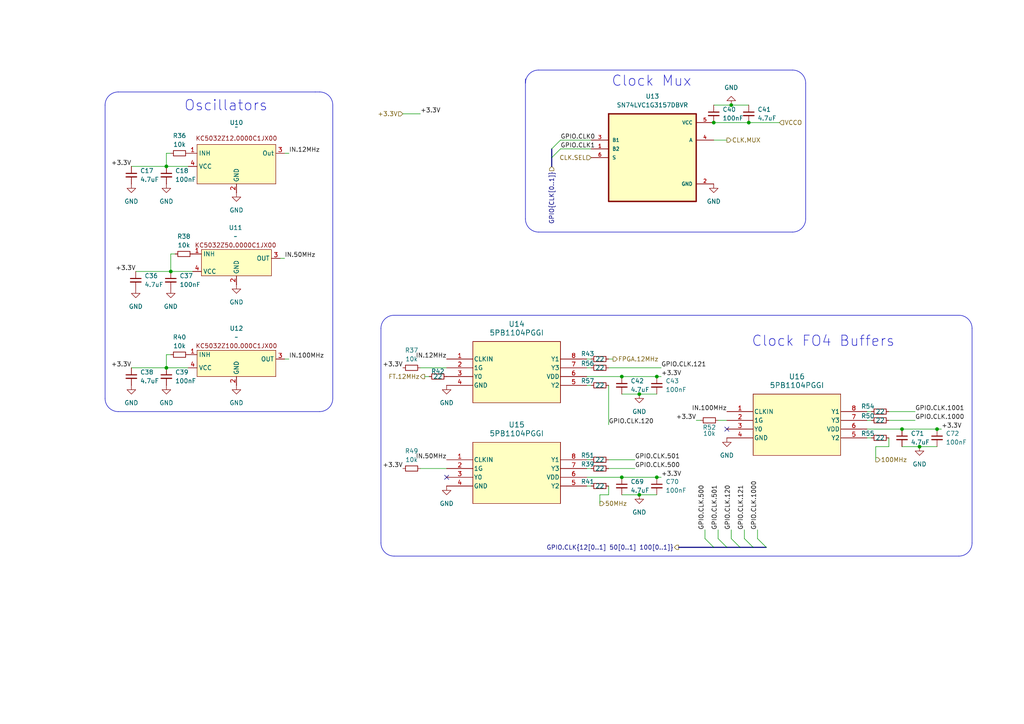
<source format=kicad_sch>
(kicad_sch (version 20250114) (generator "eeschema") (generator_version "9.0")
  (paper "A4")
  (title_block (title "Clock and Mux") (date "2025-08-27") (rev "V1.0"))
  (lib_symbols
    (symbol "Device:C_Small" (pin_numbers (hide yes)) (pin_names (offset 0.254) (hide yes))
      (property "Reference" "C" (at 0.254 1.778 0))
      (property "Value" "C_Small" (at 0.254 -2.032 0))
      (symbol "C_Small_0_1"
        (polyline (pts (xy -1.524 0.508) (xy 1.524 0.508)) (stroke (width 0.3048)))
        (polyline (pts (xy -1.524 -0.508) (xy 1.524 -0.508)) (stroke (width 0.3302)))
      )
      (symbol "C_Small_1_1"
        (pin passive line (at 0 2.54 270) (length 2.032) (name "~") (number "1"))
        (pin passive line (at 0 -2.54 90) (length 2.032) (name "~") (number "2"))
      )
    )
    (symbol "Device:R_Small" (pin_numbers (hide yes)) (pin_names (offset 0.254) (hide yes))
      (property "Reference" "R" (at 0 0 90))
      (property "Value" "R_Small" (at 1.778 0 90))
      (symbol "R_Small_0_1"
        (rectangle (start -0.762 1.778) (end 0.762 -1.778) (stroke (width 0.2032)))
      )
      (symbol "R_Small_1_1"
        (pin passive line (at 0 2.54 270) (length 0.762) (name "~") (number "1"))
        (pin passive line (at 0 -2.54 90) (length 0.762) (name "~") (number "2"))
      )
    )
    (symbol "Personal_Library:5PB1104PGGI" (pin_names (offset 0.254))
      (property "Reference" "U" (at 20.32 10.16 0))
      (property "Value" "5PB1104PGGI" (at 20.32 7.62 0))
      (symbol "5PB1104PGGI_0_1"
        (polyline (pts (xy 7.62 5.08) (xy 7.62 -12.7)) (stroke (width 0.127)))
        (polyline (pts (xy 33.02 5.08) (xy 7.62 5.08)) (stroke (width 0.127)))
        (pin input line (at 0 0 0) (length 7.62) (name "CLKIN") (number "1"))
        (pin input line (at 0 -2.54 0) (length 7.62) (name "1G") (number "2"))
        (pin output line (at 0 -5.08 0) (length 7.62) (name "Y0") (number "3"))
        (pin power_out line (at 0 -7.62 0) (length 7.62) (name "GND") (number "4"))
        (pin output line (at 40.64 0 180) (length 7.62) (name "Y1") (number "8"))
        (pin power_in line (at 40.64 -5.08 180) (length 7.62) (name "VDD") (number "6"))
      )
      (symbol "5PB1104PGGI_1_1"
        (rectangle (start 7.62 5.08) (end 33.02 -12.7) (fill (type background)))
        (polyline (pts (xy 33.02 -12.7) (xy 33.02 5.08)) (stroke (width 0.127)) (fill (type background)))
        (pin output line (at 40.64 -2.54 180) (length 7.62) (name "Y3") (number "7"))
        (pin output line (at 40.64 -7.62 180) (length 7.62) (name "Y2") (number "5"))
      )
    )
    (symbol "Personal_Library:KC5032Z100.000C1JX00"
      (property "Reference" "U" (at 0 0 0))
      (symbol "KC5032Z100.000C1JX00_1_1"
        (rectangle (start -11.43 -1.27) (end 11.43 -8.89) (fill (type background)))
        (text "KC5032Z100.000C1JX00" (at 0 0 0) (effects (font (size 1.27 1.27))))
        (pin input line (at -13.97 -2.54 0) (length 2.54) (name "INH") (number "1"))
        (pin input line (at -13.97 -6.35 0) (length 2.54) (name "VCC") (number "4"))
        (pin input line (at 0 -11.43 90) (length 2.54) (name "GND") (number "2"))
        (pin output line (at 13.97 -3.81 180) (length 2.54) (name "OUT") (number "3"))
      )
    )
    (symbol "Personal_Library:KC5032Z12.0000C1JX00"
      (property "Reference" "U" (at 0 0 0))
      (symbol "KC5032Z12.0000C1JX00_1_1"
        (rectangle (start -11.43 -2.54) (end 11.43 -13.97) (fill (type background)))
        (text "KC5032Z12.0000C1JX00" (at 0 -0.762 0) (effects (font (size 1.27 1.27))))
        (pin input line (at -13.97 -5.08 0) (length 2.54) (name "INH") (number "1"))
        (pin input line (at -13.97 -8.89 0) (length 2.54) (name "VCC") (number "4"))
        (pin input line (at 0 -16.51 90) (length 2.54) (name "GND") (number "2"))
        (pin output line (at 13.97 -5.08 180) (length 2.54) (name "Out") (number "3"))
      )
    )
    (symbol "Personal_Library:KC5032Z50.0000C1JX00"
      (property "Reference" "U" (at 0 0 0))
      (symbol "KC5032Z50.0000C1JX00_1_1"
        (rectangle (start -10.16 -1.27) (end 10.16 -8.89) (fill (type background)))
        (text "KC5032Z50.0000C1JX00" (at -0.254 0 0) (effects (font (size 1.27 1.27))))
        (pin input line (at -12.7 -2.54 0) (length 2.54) (name "INH") (number "1"))
        (pin input line (at -12.7 -7.62 0) (length 2.54) (name "VCC") (number "4"))
        (pin input line (at 0 -11.43 90) (length 2.54) (name "GND") (number "2"))
        (pin output line (at 12.7 -3.81 180) (length 2.54) (name "OUT") (number "3"))
      )
    )
    (symbol "Personal_Library:SN74LVC1G3157DBVR" (pin_names (offset 1.016))
      (property "Reference" "U" (at -12.7 13.7 0))
      (property "Value" "SN74LVC1G3157DBVR" (at -12.7 -16.7 0))
      (symbol "SN74LVC1G3157DBVR_0_0"
        (rectangle (start -12.7 -12.7) (end 12.7 12.7) (stroke (width 0.41)) (fill (type background)))
        (pin input line (at -17.78 5.08 0) (length 5.08) (name "B1") (number "3"))
        (pin input line (at -17.78 2.54 0) (length 5.08) (name "B2") (number "1"))
        (pin input line (at -17.78 0 0) (length 5.08) (name "S") (number "6"))
        (pin power_in line (at 17.78 10.16 180) (length 5.08) (name "VCC") (number "5"))
        (pin output line (at 17.78 5.08 180) (length 5.08) (name "A") (number "4"))
        (pin power_in line (at 17.78 -7.62 180) (length 5.08) (name "GND") (number "2"))
      )
    )
    (symbol "power:GND" (power) (pin_numbers (hide yes)) (pin_names (offset 0) (hide yes))
      (property "Value" "GND" (at 0 -3.81 0))
      (symbol "GND_0_1"
        (polyline (pts (xy 0 0) (xy 0 -1.27) (xy 1.27 -1.27) (xy 0 -2.54) (xy -1.27 -1.27) (xy 0 -1.27)))
      )
      (symbol "GND_1_1"
        (pin power_in line (at 0 0 270) (length 0) (name "~") (number "1"))
      )
    )
  )
  (arc (start 281.94 157.48) (mid 280.8241 160.1741) (end 278.13 161.29))
  (arc (start 229.87 20.32) (mid 232.5641 21.4359) (end 233.68 24.13))
  (arc (start 34.29 119.38) (mid 31.5959 118.2641) (end 30.48 115.57))
  (arc (start 156.21 67.31) (mid 153.5159 66.1941) (end 152.4 63.5))
  (arc (start 278.13 91.44) (mid 280.8241 92.5559) (end 281.94 95.25))
  (arc (start 96.52 115.57) (mid 95.4041 118.2641) (end 92.71 119.38))
  (arc (start 114.3 161.29) (mid 111.6059 160.1741) (end 110.49 157.48))
  (arc (start 92.71 26.67) (mid 95.4041 27.7859) (end 96.52 30.48))
  (arc (start 233.68 63.5) (mid 232.5641 66.1941) (end 229.87 67.31))
  (arc (start 152.4 24.13) (mid 153.5159 21.4359) (end 156.21 20.32))
  (arc (start 30.48 30.48) (mid 31.5959 27.7859) (end 34.29 26.67))
  (arc (start 110.49 95.25) (mid 111.6059 92.5559) (end 114.3 91.44))
  (text "Clock Mux" (at 188.976 23.622 0) (effects (font (size 3 3))))
  (text "Clock FO4 Buffers" (at 238.76 99.06 0) (effects (font (size 3 3))))
  (text "Oscillators" (at 65.532 30.734 0) (effects (font (size 3 3))))
  (junction (at 180.34 138.43))
  (junction (at 49.53 78.74))
  (junction (at 212.09 30.48))
  (junction (at 217.17 35.56))
  (junction (at 185.42 143.51))
  (junction (at 207.01 35.56))
  (junction (at 190.5 138.43))
  (junction (at 185.42 114.3))
  (junction (at 190.5 109.22))
  (junction (at 271.78 124.46))
  (junction (at 48.26 106.68))
  (junction (at 180.34 109.22))
  (junction (at 48.26 48.26))
  (junction (at 261.62 124.46))
  (junction (at 266.7 129.54))
  (no_connect (at 129.54 138.43))
  (no_connect (at 210.82 124.46))
  (bus_entry (at 218.44 158.75) (size -2.54 -2.54))
  (bus_entry (at 222.25 158.75) (size -2.54 -2.54))
  (bus_entry (at 207.01 158.75) (size -2.54 -2.54))
  (bus_entry (at 160.02 45.72) (size 2.54 -2.54))
  (bus_entry (at 210.82 158.75) (size -2.54 -2.54))
  (bus_entry (at 160.02 43.18) (size 2.54 -2.54))
  (bus_entry (at 214.63 158.75) (size -2.54 -2.54))
  (wire (pts (xy 49.53 78.74) (xy 55.88 78.74)))
  (wire (pts (xy 207.01 35.56) (xy 217.17 35.56)))
  (wire (pts (xy 38.1 48.26) (xy 48.26 48.26)))
  (wire (pts (xy 48.26 106.68) (xy 54.61 106.68)))
  (wire (pts (xy 190.5 143.51) (xy 185.42 143.51)))
  (wire (pts (xy 252.73 127) (xy 251.46 127)))
  (wire (pts (xy 207.01 30.48) (xy 212.09 30.48)))
  (polyline (pts (xy 96.52 30.48) (xy 96.52 115.57)))
  (wire (pts (xy 48.26 102.87) (xy 48.26 106.68)))
  (polyline (pts (xy 152.4 22.86) (xy 152.4 63.5)))
  (polyline (pts (xy 281.94 95.25) (xy 281.94 157.48)))
  (wire (pts (xy 82.55 44.45) (xy 83.82 44.45)))
  (wire (pts (xy 176.53 143.51) (xy 173.99 143.51)))
  (wire (pts (xy 170.18 138.43) (xy 180.34 138.43)))
  (wire (pts (xy 180.34 138.43) (xy 190.5 138.43)))
  (wire (pts (xy 176.53 111.76) (xy 176.53 123.19)))
  (wire (pts (xy 48.26 44.45) (xy 48.26 48.26)))
  (wire (pts (xy 48.26 44.45) (xy 49.53 44.45)))
  (wire (pts (xy 212.09 153.67) (xy 212.09 156.21)))
  (polyline (pts (xy 116.84 91.44) (xy 278.13 91.44)))
  (polyline (pts (xy 156.21 20.32) (xy 229.87 20.32)))
  (polyline (pts (xy 34.29 26.67) (xy 91.44 26.67)))
  (wire (pts (xy 82.55 104.14) (xy 83.82 104.14)))
  (wire (pts (xy 176.53 135.89) (xy 184.15 135.89)))
  (wire (pts (xy 251.46 124.46) (xy 261.62 124.46)))
  (wire (pts (xy 254 129.54) (xy 254 133.35)))
  (bus (pts (xy 207.01 158.75) (xy 210.82 158.75)))
  (wire (pts (xy 208.28 121.92) (xy 210.82 121.92)))
  (polyline (pts (xy 156.21 67.31) (xy 229.87 67.31)))
  (wire (pts (xy 81.28 74.93) (xy 82.55 74.93)))
  (wire (pts (xy 203.2 121.92) (xy 201.93 121.92)))
  (wire (pts (xy 190.5 109.22) (xy 191.77 109.22)))
  (wire (pts (xy 116.84 33.02) (xy 121.92 33.02)))
  (wire (pts (xy 176.53 133.35) (xy 184.15 133.35)))
  (wire (pts (xy 219.71 153.67) (xy 219.71 156.21)))
  (wire (pts (xy 123.19 109.22) (xy 124.46 109.22)))
  (bus (pts (xy 218.44 158.75) (xy 222.25 158.75)))
  (polyline (pts (xy 34.29 119.38) (xy 92.71 119.38)))
  (wire (pts (xy 252.73 119.38) (xy 251.46 119.38)))
  (wire (pts (xy 271.78 124.46) (xy 273.05 124.46)))
  (wire (pts (xy 190.5 114.3) (xy 185.42 114.3)))
  (polyline (pts (xy 114.3 161.29) (xy 278.13 161.29)))
  (wire (pts (xy 212.09 30.48) (xy 217.17 30.48)))
  (wire (pts (xy 180.34 143.51) (xy 185.42 143.51)))
  (wire (pts (xy 162.56 43.18) (xy 171.45 43.18)))
  (wire (pts (xy 48.26 102.87) (xy 49.53 102.87)))
  (wire (pts (xy 180.34 109.22) (xy 190.5 109.22)))
  (wire (pts (xy 121.92 135.89) (xy 129.54 135.89)))
  (wire (pts (xy 208.28 153.67) (xy 208.28 156.21)))
  (polyline (pts (xy 233.68 24.13) (xy 233.68 63.5)))
  (bus (pts (xy 210.82 158.75) (xy 214.63 158.75)))
  (wire (pts (xy 38.1 106.68) (xy 48.26 106.68)))
  (wire (pts (xy 176.53 140.97) (xy 176.53 143.51)))
  (wire (pts (xy 170.18 135.89) (xy 171.45 135.89)))
  (polyline (pts (xy 114.3 91.44) (xy 116.84 91.44)))
  (wire (pts (xy 215.9 153.67) (xy 215.9 156.21)))
  (wire (pts (xy 171.45 140.97) (xy 170.18 140.97)))
  (wire (pts (xy 176.53 104.14) (xy 177.8 104.14)))
  (wire (pts (xy 257.81 129.54) (xy 254 129.54)))
  (wire (pts (xy 121.92 106.68) (xy 129.54 106.68)))
  (wire (pts (xy 204.47 153.67) (xy 204.47 156.21)))
  (bus (pts (xy 160.02 43.18) (xy 160.02 45.72)))
  (wire (pts (xy 171.45 104.14) (xy 170.18 104.14)))
  (wire (pts (xy 170.18 106.68) (xy 171.45 106.68)))
  (wire (pts (xy 261.62 124.46) (xy 271.78 124.46)))
  (wire (pts (xy 170.18 111.76) (xy 171.45 111.76)))
  (wire (pts (xy 162.56 40.64) (xy 171.45 40.64)))
  (wire (pts (xy 271.78 129.54) (xy 266.7 129.54)))
  (wire (pts (xy 257.81 121.92) (xy 265.43 121.92)))
  (polyline (pts (xy 91.44 26.67) (xy 92.71 26.67)))
  (wire (pts (xy 49.53 73.66) (xy 49.53 78.74)))
  (wire (pts (xy 190.5 138.43) (xy 191.77 138.43)))
  (wire (pts (xy 176.53 106.68) (xy 191.77 106.68)))
  (wire (pts (xy 39.37 78.74) (xy 49.53 78.74)))
  (polyline (pts (xy 30.48 30.48) (xy 30.48 115.57)))
  (wire (pts (xy 170.18 109.22) (xy 180.34 109.22)))
  (wire (pts (xy 257.81 119.38) (xy 265.43 119.38)))
  (wire (pts (xy 48.26 48.26) (xy 54.61 48.26)))
  (bus (pts (xy 160.02 45.72) (xy 160.02 48.26)))
  (wire (pts (xy 261.62 129.54) (xy 266.7 129.54)))
  (wire (pts (xy 252.73 121.92) (xy 251.46 121.92)))
  (wire (pts (xy 217.17 35.56) (xy 226.06 35.56)))
  (bus (pts (xy 196.85 158.75) (xy 207.01 158.75)))
  (wire (pts (xy 207.01 40.64) (xy 210.82 40.64)))
  (bus (pts (xy 214.63 158.75) (xy 218.44 158.75)))
  (wire (pts (xy 257.81 127) (xy 257.81 129.54)))
  (wire (pts (xy 180.34 114.3) (xy 185.42 114.3)))
  (wire (pts (xy 49.53 73.66) (xy 50.8 73.66)))
  (wire (pts (xy 173.99 143.51) (xy 173.99 146.05)))
  (polyline (pts (xy 110.49 95.25) (xy 110.49 157.48)))
  (wire (pts (xy 171.45 133.35) (xy 170.18 133.35)))
  (label "+3.3V" (at 116.84 106.68 180))
  (label "IN.50MHz" (at 82.55 74.93 0))
  (label "GPIO.CLK.501" (at 184.15 133.35 0))
  (label "GPIO.CLK0" (at 162.56 40.64 0))
  (label "+3.3V" (at 273.05 124.46 0))
  (label "+3.3V" (at 121.92 33.02 0))
  (label "GPIO.CLK.120" (at 212.09 153.67 90))
  (label "GPIO.CLK.1001" (at 265.43 119.38 0))
  (label "+3.3V" (at 191.77 109.22 0))
  (label "+3.3V" (at 201.93 121.92 180))
  (label "GPIO.CLK.500" (at 184.15 135.89 0))
  (label "+3.3V" (at 116.84 135.89 180))
  (label "GPIO.CLK.120" (at 176.53 123.19 0))
  (label "GPIO.CLK1" (at 162.56 43.18 0))
  (label "GPIO.CLK.501" (at 208.28 153.67 90))
  (label "GPIO.CLK.500" (at 204.47 153.67 90))
  (label "IN.50MHz" (at 129.54 133.35 180))
  (label "+3.3V" (at 38.1 106.68 180))
  (label "+3.3V" (at 191.77 138.43 0))
  (label "IN.100MHz" (at 210.82 119.38 180))
  (label "IN.12MHz" (at 83.82 44.45 0))
  (label "+3.3V" (at 39.37 78.74 180))
  (label "IN.100MHz" (at 83.82 104.14 0))
  (label "GPIO.CLK.121" (at 215.9 153.67 90))
  (label "GPIO.CLK.1000" (at 265.43 121.92 0))
  (label "GPIO.CLK.1000" (at 219.71 153.67 90))
  (label "+3.3V" (at 38.1 48.26 180))
  (label "GPIO.CLK.121" (at 191.77 106.68 0))
  (label "IN.12MHz" (at 129.54 104.14 180))
  (hierarchical_label "CLK.MUX" (shape output) (at 210.82 40.64 0))
  (hierarchical_label "+3.3V" (shape input) (at 116.84 33.02 180))
  (hierarchical_label "GPIO.CLK{12[0..1] 50[0..1] 100[0..1]}" (shape output) (at 196.85 158.75 180))
  (hierarchical_label "GPIO{CLK[0..1]}" (shape input) (at 160.02 48.26 270))
  (hierarchical_label "VCCO" (shape input) (at 226.06 35.56 0))
  (hierarchical_label "FT.12MHz" (shape output) (at 123.19 109.22 180))
  (hierarchical_label "50MHz" (shape output) (at 173.99 146.05 0))
  (hierarchical_label "CLK.SEL" (shape input) (at 171.45 45.72 180))
  (hierarchical_label "100MHz" (shape output) (at 254 133.35 0))
  (hierarchical_label "FPGA.12MHz" (shape output) (at 177.8 104.14 0))
  (symbol (lib_id "Personal_Library:KC5032Z12.0000C1JX00") (at 68.58 39.37 0) (unit 1)
    (property "Reference" "U10" (at 68.58 35.56 0))
    (property "Value" "~" (at 68.58 36.83 0))
    (property "Footprint" "Personal-Library:Oscillator_SMD_EuroQuartz_XO53-4Pin_5.0x3.2mm_HandSoldering" (effects (hide yes)))
  )
  (symbol (lib_id "Personal_Library:5PB1104PGGI") (at 129.54 133.35 0) (unit 1)
    (property "Reference" "U15" (at 149.86 123.19 0) (effects (font (size 1.524 1.524))))
    (property "Value" "5PB1104PGGI" (at 149.86 125.73 0) (effects (font (size 1.524 1.524))))
    (property "Footprint" "Personal-Library:5PB1102PGGI" (effects (hide yes)))
    (property "Datasheet" "5PB1102PGGI" (effects (hide yes)))
  )
  (symbol (lib_id "Personal_Library:KC5032Z100.000C1JX00") (at 68.58 100.33 0) (unit 1)
    (property "Reference" "U12" (at 68.58 95.25 0))
    (property "Value" "~" (at 68.58 97.79 0))
    (property "Footprint" "Personal-Library:Oscillator_SMD_EuroQuartz_XO53-4Pin_5.0x3.2mm_HandSoldering" (effects (hide yes)))
  )
  (symbol (lib_id "power:GND") (at 210.82 127 0) (unit 1)
    (property "Reference" "#PWR080" (effects (hide yes)))
    (property "Value" "GND" (at 210.82 132.08 0))
    (property "Description" "Power symbol creates a global label with name \"GND\" , ground" (effects (hide yes)))
  )
  (symbol (lib_id "power:GND") (at 48.26 111.76 0) (unit 1)
    (property "Reference" "#PWR063" (effects (hide yes)))
    (property "Value" "GND" (at 48.26 116.84 0))
    (property "Description" "Power symbol creates a global label with name \"GND\" , ground" (effects (hide yes)))
  )
  (symbol (lib_id "Personal_Library:5PB1104PGGI") (at 129.54 104.14 0) (unit 1)
    (property "Reference" "U14" (at 149.86 93.98 0) (effects (font (size 1.524 1.524))))
    (property "Value" "5PB1104PGGI" (at 149.86 96.52 0) (effects (font (size 1.524 1.524))))
    (property "Footprint" "Personal-Library:5PB1102PGGI" (effects (hide yes)))
    (property "Datasheet" "5PB1102PGGI" (effects (hide yes)))
  )
  (symbol (lib_id "power:GND") (at 185.42 114.3 0) (unit 1)
    (property "Reference" "#PWR068" (effects (hide yes)))
    (property "Value" "GND" (at 185.42 119.38 0))
    (property "Description" "Power symbol creates a global label with name \"GND\" , ground" (effects (hide yes)))
  )
  (symbol (lib_id "Device:R_Small") (at 173.99 135.89 270) (unit 1)
    (property "Reference" "R39" (at 170.434 134.62 90))
    (property "Value" "22" (at 173.99 135.89 90))
    (property "Footprint" "Resistor_SMD:R_0805_2012Metric_Pad1.20x1.40mm_HandSolder" (effects (hide yes)))
    (property "Description" "Resistor, small symbol" (effects (hide yes)))
  )
  (symbol (lib_id "Device:C_Small") (at 190.5 111.76 0) (unit 1)
    (property "Reference" "C43" (at 193.04 110.4962 0) (effects (justify left)))
    (property "Value" "100nF" (at 193.04 113.0362 0) (effects (justify left)))
    (property "Footprint" "Capacitor_SMD:C_0805_2012Metric_Pad1.18x1.45mm_HandSolder" (effects (hide yes)))
    (property "Description" "Unpolarized capacitor, small symbol" (effects (hide yes)))
  )
  (symbol (lib_id "Personal_Library:SN74LVC1G3157DBVR") (at 189.23 45.72 0) (unit 1)
    (property "Reference" "U13" (at 189.23 27.94 0))
    (property "Value" "SN74LVC1G3157DBVR" (at 189.23 30.48 0))
    (property "Footprint" "Personal-Library:SOT95P280X145-6N" (effects (hide yes)))
  )
  (symbol (lib_id "Device:R_Small") (at 52.07 44.45 90) (unit 1)
    (property "Reference" "R36" (at 52.07 39.37 90))
    (property "Value" "10k" (at 52.07 41.91 90))
    (property "Footprint" "Resistor_SMD:R_0805_2012Metric_Pad1.20x1.40mm_HandSolder" (effects (hide yes)))
    (property "Description" "Resistor, small symbol" (effects (hide yes)))
  )
  (symbol (lib_id "Device:R_Small") (at 127 109.22 270) (unit 1)
    (property "Reference" "R42" (at 127 107.696 90))
    (property "Value" "22" (at 127 109.22 90))
    (property "Footprint" "Resistor_SMD:R_0805_2012Metric_Pad1.20x1.40mm_HandSolder" (effects (hide yes)))
    (property "Description" "Resistor, small symbol" (effects (hide yes)))
  )
  (symbol (lib_id "Device:R_Small") (at 255.27 119.38 270) (unit 1)
    (property "Reference" "R54" (at 251.714 117.856 90))
    (property "Value" "22" (at 255.27 119.38 90))
    (property "Footprint" "Resistor_SMD:R_0805_2012Metric_Pad1.20x1.40mm_HandSolder" (effects (hide yes)))
    (property "Description" "Resistor, small symbol" (effects (hide yes)))
  )
  (symbol (lib_id "Device:R_Small") (at 119.38 106.68 90) (unit 1)
    (property "Reference" "R37" (at 119.38 101.6 90))
    (property "Value" "10k" (at 119.38 104.14 90))
    (property "Footprint" "Resistor_SMD:R_0805_2012Metric_Pad1.20x1.40mm_HandSolder" (effects (hide yes)))
    (property "Description" "Resistor, small symbol" (effects (hide yes)))
  )
  (symbol (lib_id "Device:R_Small") (at 205.74 121.92 90) (unit 1)
    (property "Reference" "R52" (at 205.74 123.952 90))
    (property "Value" "10k" (at 205.74 125.73 90))
    (property "Footprint" "Resistor_SMD:R_0805_2012Metric_Pad1.20x1.40mm_HandSolder" (effects (hide yes)))
    (property "Description" "Resistor, small symbol" (effects (hide yes)))
  )
  (symbol (lib_id "Device:C_Small") (at 38.1 50.8 0) (unit 1)
    (property "Reference" "C17" (at 40.64 49.5362 0) (effects (justify left)))
    (property "Value" "4.7uF" (at 40.64 52.0762 0) (effects (justify left)))
    (property "Footprint" "Capacitor_SMD:C_0805_2012Metric_Pad1.18x1.45mm_HandSolder" (effects (hide yes)))
    (property "Description" "Unpolarized capacitor, small symbol" (effects (hide yes)))
  )
  (symbol (lib_id "Device:R_Small") (at 173.99 111.76 270) (unit 1)
    (property "Reference" "R57" (at 170.434 110.49 90))
    (property "Value" "22" (at 173.99 111.76 90))
    (property "Footprint" "Resistor_SMD:R_0805_2012Metric_Pad1.20x1.40mm_HandSolder" (effects (hide yes)))
    (property "Description" "Resistor, small symbol" (effects (hide yes)))
  )
  (symbol (lib_id "power:GND") (at 38.1 111.76 0) (unit 1)
    (property "Reference" "#PWR062" (effects (hide yes)))
    (property "Value" "GND" (at 38.1 116.84 0))
    (property "Description" "Power symbol creates a global label with name \"GND\" , ground" (effects (hide yes)))
  )
  (symbol (lib_id "power:GND") (at 68.58 55.88 0) (unit 1)
    (property "Reference" "#PWR040" (effects (hide yes)))
    (property "Value" "GND" (at 68.58 60.96 0))
    (property "Description" "Power symbol creates a global label with name \"GND\" , ground" (effects (hide yes)))
  )
  (symbol (lib_id "Device:R_Small") (at 52.07 102.87 90) (unit 1)
    (property "Reference" "R40" (at 52.07 97.79 90))
    (property "Value" "10k" (at 52.07 100.33 90))
    (property "Footprint" "Resistor_SMD:R_0805_2012Metric_Pad1.20x1.40mm_HandSolder" (effects (hide yes)))
    (property "Description" "Resistor, small symbol" (effects (hide yes)))
  )
  (symbol (lib_id "Device:C_Small") (at 49.53 81.28 0) (unit 1)
    (property "Reference" "C37" (at 52.07 80.0162 0) (effects (justify left)))
    (property "Value" "100nF" (at 52.07 82.5562 0) (effects (justify left)))
    (property "Footprint" "Capacitor_SMD:C_0805_2012Metric_Pad1.18x1.45mm_HandSolder" (effects (hide yes)))
    (property "Description" "Unpolarized capacitor, small symbol" (effects (hide yes)))
  )
  (symbol (lib_id "power:GND") (at 266.7 129.54 0) (unit 1)
    (property "Reference" "#PWR081" (effects (hide yes)))
    (property "Value" "GND" (at 266.7 134.62 0))
    (property "Description" "Power symbol creates a global label with name \"GND\" , ground" (effects (hide yes)))
  )
  (symbol (lib_id "Device:R_Small") (at 255.27 127 270) (unit 1)
    (property "Reference" "R55" (at 251.714 125.73 90))
    (property "Value" "22" (at 255.27 127 90))
    (property "Footprint" "Resistor_SMD:R_0805_2012Metric_Pad1.20x1.40mm_HandSolder" (effects (hide yes)))
    (property "Description" "Resistor, small symbol" (effects (hide yes)))
  )
  (symbol (lib_id "power:GND") (at 49.53 83.82 0) (unit 1)
    (property "Reference" "#PWR060" (effects (hide yes)))
    (property "Value" "GND" (at 49.53 88.9 0))
    (property "Description" "Power symbol creates a global label with name \"GND\" , ground" (effects (hide yes)))
  )
  (symbol (lib_id "power:GND") (at 68.58 111.76 0) (unit 1)
    (property "Reference" "#PWR064" (effects (hide yes)))
    (property "Value" "GND" (at 68.58 116.84 0))
    (property "Description" "Power symbol creates a global label with name \"GND\" , ground" (effects (hide yes)))
  )
  (symbol (lib_id "Device:R_Small") (at 119.38 135.89 90) (unit 1)
    (property "Reference" "R49" (at 119.38 130.81 90))
    (property "Value" "10k" (at 119.38 133.35 90))
    (property "Footprint" "Resistor_SMD:R_0805_2012Metric_Pad1.20x1.40mm_HandSolder" (effects (hide yes)))
    (property "Description" "Resistor, small symbol" (effects (hide yes)))
  )
  (symbol (lib_id "power:GND") (at 185.42 143.51 0) (unit 1)
    (property "Reference" "#PWR079" (effects (hide yes)))
    (property "Value" "GND" (at 185.42 148.59 0))
    (property "Description" "Power symbol creates a global label with name \"GND\" , ground" (effects (hide yes)))
  )
  (symbol (lib_id "Device:C_Small") (at 190.5 140.97 0) (unit 1)
    (property "Reference" "C70" (at 193.04 139.7062 0) (effects (justify left)))
    (property "Value" "100nF" (at 193.04 142.2462 0) (effects (justify left)))
    (property "Footprint" "Capacitor_SMD:C_0805_2012Metric_Pad1.18x1.45mm_HandSolder" (effects (hide yes)))
    (property "Description" "Unpolarized capacitor, small symbol" (effects (hide yes)))
  )
  (symbol (lib_id "Device:C_Small") (at 217.17 33.02 0) (unit 1)
    (property "Reference" "C41" (at 219.71 31.7562 0) (effects (justify left)))
    (property "Value" "4.7uF" (at 219.71 34.2962 0) (effects (justify left)))
    (property "Footprint" "Capacitor_SMD:C_0805_2012Metric_Pad1.18x1.45mm_HandSolder" (effects (hide yes)))
    (property "Description" "Unpolarized capacitor, small symbol" (effects (hide yes)))
  )
  (symbol (lib_id "Device:C_Small") (at 48.26 109.22 0) (unit 1)
    (property "Reference" "C39" (at 50.8 107.9562 0) (effects (justify left)))
    (property "Value" "100nF" (at 50.8 110.4962 0) (effects (justify left)))
    (property "Footprint" "Capacitor_SMD:C_0805_2012Metric_Pad1.18x1.45mm_HandSolder" (effects (hide yes)))
    (property "Description" "Unpolarized capacitor, small symbol" (effects (hide yes)))
  )
  (symbol (lib_id "Device:R_Small") (at 53.34 73.66 90) (unit 1)
    (property "Reference" "R38" (at 53.34 68.58 90))
    (property "Value" "10k" (at 53.34 71.12 90))
    (property "Footprint" "Resistor_SMD:R_0805_2012Metric_Pad1.20x1.40mm_HandSolder" (effects (hide yes)))
    (property "Description" "Resistor, small symbol" (effects (hide yes)))
  )
  (symbol (lib_id "Device:C_Small") (at 180.34 140.97 0) (unit 1)
    (property "Reference" "C69" (at 182.88 139.7062 0) (effects (justify left)))
    (property "Value" "4.7uF" (at 182.88 142.2462 0) (effects (justify left)))
    (property "Footprint" "Capacitor_SMD:C_0805_2012Metric_Pad1.18x1.45mm_HandSolder" (effects (hide yes)))
    (property "Description" "Unpolarized capacitor, small symbol" (effects (hide yes)))
  )
  (symbol (lib_id "Personal_Library:KC5032Z50.0000C1JX00") (at 68.58 71.12 0) (unit 1)
    (property "Reference" "U11" (at 68.326 66.04 0))
    (property "Value" "~" (at 68.326 68.58 0))
    (property "Footprint" "Personal-Library:Oscillator_SMD_EuroQuartz_XO53-4Pin_5.0x3.2mm_HandSoldering" (effects (hide yes)))
  )
  (symbol (lib_id "power:GND") (at 129.54 111.76 0) (unit 1)
    (property "Reference" "#PWR066" (effects (hide yes)))
    (property "Value" "GND" (at 129.54 116.84 0))
    (property "Description" "Power symbol creates a global label with name \"GND\" , ground" (effects (hide yes)))
  )
  (symbol (lib_id "Device:R_Small") (at 173.99 140.97 270) (unit 1)
    (property "Reference" "R41" (at 170.434 139.7 90))
    (property "Value" "22" (at 173.99 140.97 90))
    (property "Footprint" "Resistor_SMD:R_0805_2012Metric_Pad1.20x1.40mm_HandSolder" (effects (hide yes)))
    (property "Description" "Resistor, small symbol" (effects (hide yes)))
  )
  (symbol (lib_id "power:GND") (at 68.58 82.55 0) (unit 1)
    (property "Reference" "#PWR061" (effects (hide yes)))
    (property "Value" "GND" (at 68.58 87.63 0))
    (property "Description" "Power symbol creates a global label with name \"GND\" , ground" (effects (hide yes)))
  )
  (symbol (lib_id "Device:C_Small") (at 48.26 50.8 0) (unit 1)
    (property "Reference" "C18" (at 50.8 49.5362 0) (effects (justify left)))
    (property "Value" "100nF" (at 50.8 52.0762 0) (effects (justify left)))
    (property "Footprint" "Capacitor_SMD:C_0805_2012Metric_Pad1.18x1.45mm_HandSolder" (effects (hide yes)))
    (property "Description" "Unpolarized capacitor, small symbol" (effects (hide yes)))
  )
  (symbol (lib_id "Device:R_Small") (at 173.99 104.14 270) (unit 1)
    (property "Reference" "R43" (at 170.434 102.616 90))
    (property "Value" "22" (at 173.99 104.14 90))
    (property "Footprint" "Resistor_SMD:R_0805_2012Metric_Pad1.20x1.40mm_HandSolder" (effects (hide yes)))
    (property "Description" "Resistor, small symbol" (effects (hide yes)))
  )
  (symbol (lib_id "power:GND") (at 207.01 53.34 0) (unit 1)
    (property "Reference" "#PWR065" (effects (hide yes)))
    (property "Value" "GND" (at 207.01 58.42 0))
    (property "Description" "Power symbol creates a global label with name \"GND\" , ground" (effects (hide yes)))
  )
  (symbol (lib_id "Device:R_Small") (at 173.99 133.35 270) (unit 1)
    (property "Reference" "R51" (at 170.434 132.08 90))
    (property "Value" "22" (at 173.99 133.35 90))
    (property "Footprint" "Resistor_SMD:R_0805_2012Metric_Pad1.20x1.40mm_HandSolder" (effects (hide yes)))
    (property "Description" "Resistor, small symbol" (effects (hide yes)))
  )
  (symbol (lib_id "Device:R_Small") (at 173.99 106.68 270) (unit 1)
    (property "Reference" "R56" (at 170.434 105.41 90))
    (property "Value" "22" (at 173.99 106.68 90))
    (property "Footprint" "Resistor_SMD:R_0805_2012Metric_Pad1.20x1.40mm_HandSolder" (effects (hide yes)))
    (property "Description" "Resistor, small symbol" (effects (hide yes)))
  )
  (symbol (lib_id "power:GND") (at 39.37 83.82 0) (unit 1)
    (property "Reference" "#PWR059" (effects (hide yes)))
    (property "Value" "GND" (at 39.37 88.9 0))
    (property "Description" "Power symbol creates a global label with name \"GND\" , ground" (effects (hide yes)))
  )
  (symbol (lib_id "power:GND") (at 129.54 140.97 0) (unit 1)
    (property "Reference" "#PWR078" (effects (hide yes)))
    (property "Value" "GND" (at 129.54 146.05 0))
    (property "Description" "Power symbol creates a global label with name \"GND\" , ground" (effects (hide yes)))
  )
  (symbol (lib_id "Personal_Library:5PB1104PGGI") (at 210.82 119.38 0) (unit 1)
    (property "Reference" "U16" (at 231.14 109.22 0) (effects (font (size 1.524 1.524))))
    (property "Value" "5PB1104PGGI" (at 231.14 111.76 0) (effects (font (size 1.524 1.524))))
    (property "Footprint" "Personal-Library:5PB1102PGGI" (effects (hide yes)))
    (property "Datasheet" "5PB1102PGGI" (effects (hide yes)))
  )
  (symbol (lib_id "Device:C_Small") (at 261.62 127 0) (unit 1)
    (property "Reference" "C71" (at 264.16 125.7362 0) (effects (justify left)))
    (property "Value" "4.7uF" (at 264.16 128.2762 0) (effects (justify left)))
    (property "Footprint" "Capacitor_SMD:C_0805_2012Metric_Pad1.18x1.45mm_HandSolder" (effects (hide yes)))
    (property "Description" "Unpolarized capacitor, small symbol" (effects (hide yes)))
  )
  (symbol (lib_id "Device:C_Small") (at 38.1 109.22 0) (unit 1)
    (property "Reference" "C38" (at 40.64 107.9562 0) (effects (justify left)))
    (property "Value" "4.7uF" (at 40.64 110.4962 0) (effects (justify left)))
    (property "Footprint" "Capacitor_SMD:C_0805_2012Metric_Pad1.18x1.45mm_HandSolder" (effects (hide yes)))
    (property "Description" "Unpolarized capacitor, small symbol" (effects (hide yes)))
  )
  (symbol (lib_id "Device:C_Small") (at 271.78 127 0) (unit 1)
    (property "Reference" "C72" (at 274.32 125.7362 0) (effects (justify left)))
    (property "Value" "100nF" (at 274.32 128.2762 0) (effects (justify left)))
    (property "Footprint" "Capacitor_SMD:C_0805_2012Metric_Pad1.18x1.45mm_HandSolder" (effects (hide yes)))
    (property "Description" "Unpolarized capacitor, small symbol" (effects (hide yes)))
  )
  (symbol (lib_id "Device:C_Small") (at 207.01 33.02 0) (unit 1)
    (property "Reference" "C40" (at 209.55 31.7562 0) (effects (justify left)))
    (property "Value" "100nF" (at 209.55 34.2962 0) (effects (justify left)))
    (property "Footprint" "Capacitor_SMD:C_0805_2012Metric_Pad1.18x1.45mm_HandSolder" (effects (hide yes)))
    (property "Description" "Unpolarized capacitor, small symbol" (effects (hide yes)))
  )
  (symbol (lib_id "Device:C_Small") (at 180.34 111.76 0) (unit 1)
    (property "Reference" "C42" (at 182.88 110.4962 0) (effects (justify left)))
    (property "Value" "4.7uF" (at 182.88 113.0362 0) (effects (justify left)))
    (property "Footprint" "Capacitor_SMD:C_0805_2012Metric_Pad1.18x1.45mm_HandSolder" (effects (hide yes)))
    (property "Description" "Unpolarized capacitor, small symbol" (effects (hide yes)))
  )
  (symbol (lib_id "power:GND") (at 212.09 30.48 180) (unit 1)
    (property "Reference" "#PWR067" (effects (hide yes)))
    (property "Value" "GND" (at 212.09 25.4 0))
    (property "Description" "Power symbol creates a global label with name \"GND\" , ground" (effects (hide yes)))
  )
  (symbol (lib_id "Device:R_Small") (at 255.27 121.92 270) (unit 1)
    (property "Reference" "R50" (at 251.714 120.65 90))
    (property "Value" "22" (at 255.27 121.92 90))
    (property "Footprint" "Resistor_SMD:R_0805_2012Metric_Pad1.20x1.40mm_HandSolder" (effects (hide yes)))
    (property "Description" "Resistor, small symbol" (effects (hide yes)))
  )
  (symbol (lib_id "power:GND") (at 38.1 53.34 0) (unit 1)
    (property "Reference" "#PWR058" (effects (hide yes)))
    (property "Value" "GND" (at 38.1 58.42 0))
    (property "Description" "Power symbol creates a global label with name \"GND\" , ground" (effects (hide yes)))
  )
  (symbol (lib_id "Device:C_Small") (at 39.37 81.28 0) (unit 1)
    (property "Reference" "C36" (at 41.91 80.0162 0) (effects (justify left)))
    (property "Value" "4.7uF" (at 41.91 82.5562 0) (effects (justify left)))
    (property "Footprint" "Capacitor_SMD:C_0805_2012Metric_Pad1.18x1.45mm_HandSolder" (effects (hide yes)))
    (property "Description" "Unpolarized capacitor, small symbol" (effects (hide yes)))
  )
  (symbol (lib_id "power:GND") (at 48.26 53.34 0) (unit 1)
    (property "Reference" "#PWR041" (effects (hide yes)))
    (property "Value" "GND" (at 48.26 58.42 0))
    (property "Description" "Power symbol creates a global label with name \"GND\" , ground" (effects (hide yes)))
  )
)
</source>
